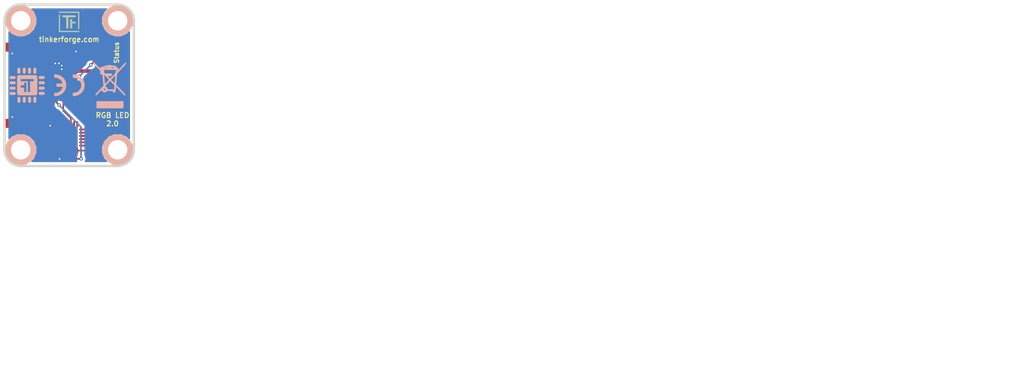
<source format=kicad_pcb>
(kicad_pcb (version 20171130) (host pcbnew 5.0.2-bee76a0~70~ubuntu18.04.1)
  (title_block (title "RGB LED Bricklet") (date 2018-06-27) (rev 2.0) (company "Tinkerforge GmbH") (comment 1 "Licensed under CERN OHL v.1.1") (comment 2 "Copyright (©) 2018, L.Lauer <lukas@tinkerforge.com>"))
  (layers (0 Vorderseite signal) (31 Rückseite signal) (34 B.Paste user) (35 F.Paste user) (36 B.SilkS user) (37 F.SilkS user) (38 B.Mask user) (39 F.Mask user) (44 Edge.Cuts user))
  (net 0 "")
  (net 1 GND)
  (net 2 VCC)
  (net 3 "Net-(P1-Pad6)")
  (net 4 "Net-(C1-Pad1)")
  (net 5 "Net-(D1-Pad2)")
  (net 6 "Net-(D2-Pad3)")
  (net 7 "Net-(D2-Pad1)")
  (net 8 "Net-(D2-Pad2)")
  (net 9 "Net-(P1-Pad1)")
  (net 10 "Net-(P1-Pad4)")
  (net 11 "Net-(P1-Pad5)")
  (net 12 "Net-(P2-Pad1)")
  (net 13 "Net-(P3-Pad2)")
  (net 14 R)
  (net 15 G)
  (net 16 "Net-(R3-Pad1)")
  (net 17 B)
  (net 18 S-MISO)
  (net 19 S-MOSI)
  (net 20 S-CLK)
  (net 21 S-CS)
  (net 22 "Net-(U1-Pad3)")
  (net 23 "Net-(U1-Pad4)")
  (net 24 "Net-(U1-Pad5)")
  (net 25 "Net-(U1-Pad6)")
  (net 26 "Net-(U1-Pad11)")
  (net 27 "Net-(U1-Pad16)")
  (net 28 "Net-(U1-Pad18)")
  (net 29 "Net-(U1-Pad19)")
  (net 30 "Net-(U1-Pad20)")
  (net 31 "Net-(U1-Pad8)")
  (net 32 "Net-(U1-Pad17)")
  (net 33 "Net-(U1-Pad15)")
  (module kicad-libraries:DRILL_NP (layer Vorderseite) (at 127.8 108.1)
    (fp_text reference U6 hide)
    (fp_text value DRILL hide)
    (pad "" np_thru_hole circle (at 0 0) (size 2.99974 2.99974) (drill 2.99974) (layers *.Cu *.Mask F.SilkS) (clearance 0.89916))
  )
  (module kicad-libraries:QFN24-4x4mm-0.5mm (layer Vorderseite) (at 135.3 126.2)
    (fp_text reference U1)
    (fp_text value XMC1XXX24)
    (pad 1 smd oval (at -2.025 -1.25) (size 1 0.3) (layers Vorderseite F.Paste F.Mask) (net 18 S-MISO))
    (pad 2 smd oval (at -2.025 -0.75) (size 1 0.3) (layers Vorderseite F.Paste F.Mask) (net 13 "Net-(P3-Pad2)"))
    (pad 3 smd oval (at -2.025 -0.25) (size 1 0.3) (layers Vorderseite F.Paste F.Mask) (net 22 "Net-(U1-Pad3)"))
    (pad 4 smd oval (at -2.025 0.25) (size 1 0.3) (layers Vorderseite F.Paste F.Mask) (net 23 "Net-(U1-Pad4)"))
    (pad 5 smd oval (at -2.025 0.75) (size 1 0.3) (layers Vorderseite F.Paste F.Mask) (net 24 "Net-(U1-Pad5)"))
    (pad 6 smd oval (at -2.025 1.25) (size 1 0.3) (layers Vorderseite F.Paste F.Mask) (net 25 "Net-(U1-Pad6)"))
    (pad 7 smd oval (at -1.25 2.025 90) (size 1 0.3) (layers Vorderseite F.Paste F.Mask) (net 12 "Net-(P2-Pad1)"))
    (pad 8 smd oval (at -0.75 2.025 90) (size 1 0.3) (layers Vorderseite F.Paste F.Mask) (net 31 "Net-(U1-Pad8)"))
    (pad 9 smd oval (at -0.25 2.025 90) (size 1 0.3) (layers Vorderseite F.Paste F.Mask) (net 1 GND))
    (pad 10 smd oval (at 0.25 2.025 90) (size 1 0.3) (layers Vorderseite F.Paste F.Mask) (net 2 VCC))
    (pad 11 smd oval (at 0.75 2.025 90) (size 1 0.3) (layers Vorderseite F.Paste F.Mask) (net 26 "Net-(U1-Pad11)"))
    (pad 12 smd oval (at 1.25 2.025 90) (size 1 0.3) (layers Vorderseite F.Paste F.Mask) (net 17 B))
    (pad 13 smd oval (at 2.025 1.25) (size 1 0.3) (layers Vorderseite F.Paste F.Mask) (net 15 G))
    (pad 14 smd oval (at 2.025 0.75) (size 1 0.3) (layers Vorderseite F.Paste F.Mask) (net 14 R))
    (pad 15 smd oval (at 2.025 0.25) (size 1 0.3) (layers Vorderseite F.Paste F.Mask) (net 33 "Net-(U1-Pad15)"))
    (pad 16 smd oval (at 2.025 -0.25) (size 1 0.3) (layers Vorderseite F.Paste F.Mask) (net 27 "Net-(U1-Pad16)"))
    (pad 17 smd oval (at 2.025 -0.75) (size 1 0.3) (layers Vorderseite F.Paste F.Mask) (net 32 "Net-(U1-Pad17)"))
    (pad 18 smd oval (at 2.025 -1.25) (size 1 0.3) (layers Vorderseite F.Paste F.Mask) (net 28 "Net-(U1-Pad18)"))
    (pad 19 smd oval (at 1.25 -2.025 90) (size 1 0.3) (layers Vorderseite F.Paste F.Mask) (net 29 "Net-(U1-Pad19)"))
    (pad 20 smd oval (at 0.75 -2.025 90) (size 1 0.3) (layers Vorderseite F.Paste F.Mask) (net 30 "Net-(U1-Pad20)"))
    (pad 21 smd oval (at 0.25 -2.025 90) (size 1 0.3) (layers Vorderseite F.Paste F.Mask) (net 16 "Net-(R3-Pad1)"))
    (pad 22 smd oval (at -0.25 -2.025 90) (size 1 0.3) (layers Vorderseite F.Paste F.Mask) (net 21 S-CS))
    (pad 23 smd oval (at -0.75 -2.025 90) (size 1 0.3) (layers Vorderseite F.Paste F.Mask) (net 20 S-CLK))
    (pad 24 smd oval (at -1.25 -2.025 90) (size 1 0.3) (layers Vorderseite F.Paste F.Mask) (net 19 S-MOSI))
    (pad EXP smd rect (at 0.65 0.65) (size 1.3 1.3) (layers Vorderseite F.Paste F.Mask) (net 1 GND))
    (pad EXP smd rect (at 0.65 -0.65) (size 1.3 1.3) (layers Vorderseite F.Paste F.Mask) (net 1 GND))
    (pad EXP smd rect (at -0.65 0.65) (size 1.3 1.3) (layers Vorderseite F.Paste F.Mask) (net 1 GND))
    (pad EXP smd rect (at -0.65 -0.65) (size 1.3 1.3) (layers Vorderseite F.Paste F.Mask) (net 1 GND))
  )
  (module kicad-libraries:4X0402 (layer Vorderseite) (at 132.8 122.4 225)
    (fp_text reference RP1)
    (fp_text value 82)
    (pad 1 smd rect (at -0.749301 0.575 45) (size 0.29972 0.65) (layers Vorderseite F.Paste F.Mask) (net 10 "Net-(P1-Pad4)"))
    (pad 2 smd rect (at -0.24892 0.574999 45) (size 0.29972 0.65) (layers Vorderseite F.Paste F.Mask) (net 11 "Net-(P1-Pad5)"))
    (pad 3 smd rect (at 0.24892 0.574999 45) (size 0.29972 0.65) (layers Vorderseite F.Paste F.Mask) (net 3 "Net-(P1-Pad6)"))
    (pad 4 smd rect (at 0.749301 0.575 45) (size 0.29972 0.65) (layers Vorderseite F.Paste F.Mask) (net 4 "Net-(C1-Pad1)"))
    (pad 5 smd rect (at 0.749301 -0.575 225) (size 0.29972 0.65) (layers Vorderseite F.Paste F.Mask) (net 18 S-MISO))
    (pad 6 smd rect (at 0.24892 -0.574999 225) (size 0.29972 0.65) (layers Vorderseite F.Paste F.Mask) (net 19 S-MOSI))
    (pad 7 smd rect (at -0.24892 -0.574999 225) (size 0.29972 0.65) (layers Vorderseite F.Paste F.Mask) (net 20 S-CLK))
    (pad 8 smd rect (at -0.749301 -0.575 225) (size 0.29972 0.65) (layers Vorderseite F.Paste F.Mask) (net 21 S-CS))
  )
  (module kicad-libraries:R0603F (layer Vorderseite) (at 138.3 120.6 90)
    (fp_text reference R4)
    (fp_text value 22)
    (pad 1 smd rect (at -0.75 0 90) (size 0.9 0.9) (layers Vorderseite F.Paste F.Mask) (net 17 B))
    (pad 2 smd rect (at 0.75 0 90) (size 0.9 0.9) (layers Vorderseite F.Paste F.Mask) (net 7 "Net-(D2-Pad1)"))
  )
  (module kicad-libraries:R0603F (layer Vorderseite) (at 140.08 112.29)
    (fp_text reference R3)
    (fp_text value 1k)
    (pad 1 smd rect (at -0.75 0) (size 0.9 0.9) (layers Vorderseite F.Paste F.Mask) (net 16 "Net-(R3-Pad1)"))
    (pad 2 smd rect (at 0.75 0) (size 0.9 0.9) (layers Vorderseite F.Paste F.Mask) (net 5 "Net-(D1-Pad2)"))
  )
  (module kicad-libraries:R0603F (layer Vorderseite) (at 136.9 120.6 90)
    (fp_text reference R2)
    (fp_text value 68)
    (pad 1 smd rect (at -0.75 0 90) (size 0.9 0.9) (layers Vorderseite F.Paste F.Mask) (net 15 G))
    (pad 2 smd rect (at 0.75 0 90) (size 0.9 0.9) (layers Vorderseite F.Paste F.Mask) (net 8 "Net-(D2-Pad2)"))
  )
  (module kicad-libraries:R0603F (layer Vorderseite) (at 135.5 120.6 90)
    (fp_text reference R1)
    (fp_text value 91)
    (pad 1 smd rect (at -0.75 0 90) (size 0.9 0.9) (layers Vorderseite F.Paste F.Mask) (net 14 R))
    (pad 2 smd rect (at 0.75 0 90) (size 0.9 0.9) (layers Vorderseite F.Paste F.Mask) (net 6 "Net-(D2-Pad3)"))
  )
  (module kicad-libraries:SolderJumper (layer Vorderseite) (at 135.33 112.87 180)
    (fp_text reference P3)
    (fp_text value BOOT)
    (pad 2 smd rect (at 0.55 0 180) (size 0.3 1.4) (layers Vorderseite F.Mask) (net 13 "Net-(P3-Pad2)"))
    (pad 2 smd rect (at 0.15 0 180) (size 0.6 0.5) (layers Vorderseite F.Mask) (net 13 "Net-(P3-Pad2)"))
    (pad 1 smd rect (at -0.5 0 180) (size 0.4 1.4) (layers Vorderseite F.Mask) (net 1 GND))
    (pad 1 smd rect (at -0.225 0.55 180) (size 0.95 0.3) (layers Vorderseite F.Mask) (net 1 GND))
    (pad 1 smd rect (at -0.225 -0.55 180) (size 0.95 0.3) (layers Vorderseite F.Mask) (net 1 GND))
  )
  (module kicad-libraries:DEBUG_PAD (layer Vorderseite) (at 131.67 128.79)
    (fp_text reference P2)
    (fp_text value DEBUG)
    (pad 1 smd circle (at 0 0) (size 0.7 0.7) (layers Vorderseite F.Paste F.Mask) (net 12 "Net-(P2-Pad1)"))
  )
  (module kicad-libraries:CON-SENSOR2 (layer Vorderseite) (at 125.3 118.1 270)
    (fp_text reference P1)
    (fp_text value CON-SENSOR2)
    (pad 1 smd rect (at -3.75 -4.6 270) (size 0.6 1.8) (layers Vorderseite F.Paste F.Mask) (net 9 "Net-(P1-Pad1)"))
    (pad 2 smd rect (at -2.5 -4.6 270) (size 0.6 1.8) (layers Vorderseite F.Paste F.Mask) (net 1 GND))
    (pad EP smd rect (at -5.9 -1.2 270) (size 1.4 2.4) (layers Vorderseite F.Paste F.Mask) (net 1 GND))
    (pad EP smd rect (at 5.9 -1.2 270) (size 1.4 2.4) (layers Vorderseite F.Paste F.Mask) (net 1 GND))
    (pad 3 smd rect (at -1.25 -4.6 270) (size 0.6 1.8) (layers Vorderseite F.Paste F.Mask) (net 2 VCC))
    (pad 4 smd rect (at 0 -4.6 270) (size 0.6 1.8) (layers Vorderseite F.Paste F.Mask) (net 10 "Net-(P1-Pad4)"))
    (pad 5 smd rect (at 1.25 -4.6 270) (size 0.6 1.8) (layers Vorderseite F.Paste F.Mask) (net 11 "Net-(P1-Pad5)"))
    (pad 6 smd rect (at 2.5 -4.6 270) (size 0.6 1.8) (layers Vorderseite F.Paste F.Mask) (net 3 "Net-(P1-Pad6)"))
    (pad 7 smd rect (at 3.75 -4.6 270) (size 0.6 1.8) (layers Vorderseite F.Paste F.Mask) (net 4 "Net-(C1-Pad1)"))
  )
  (module kicad-libraries:PLCC6-RGB (layer Vorderseite) (at 141.9 118.1 270)
    (fp_text reference D2)
    (fp_text value RGB-LED)
    (pad 4 smd rect (at -2.2 -1.8 270) (size 2 1.4) (layers Vorderseite F.Paste F.Mask) (net 2 VCC))
    (pad 6 smd rect (at -2.2 1.8 270) (size 2 1.4) (layers Vorderseite F.Paste F.Mask) (net 2 VCC))
    (pad 3 smd rect (at 2.2 -1.8 270) (size 2 1.4) (layers Vorderseite F.Paste F.Mask) (net 6 "Net-(D2-Pad3)"))
    (pad 1 smd rect (at 2.2 1.8 270) (size 2 1.4) (layers Vorderseite F.Paste F.Mask) (net 7 "Net-(D2-Pad1)"))
    (pad 5 smd rect (at -2.2 0 270) (size 2 1) (layers Vorderseite F.Paste F.Mask) (net 2 VCC))
    (pad 2 smd rect (at 2.2 0 270) (size 2 1) (layers Vorderseite F.Paste F.Mask) (net 8 "Net-(D2-Pad2)"))
  )
  (module kicad-libraries:D0603F (layer Vorderseite) (at 143.73 113.05 90)
    (fp_text reference D1)
    (fp_text value blue)
    (pad 1 smd rect (at -0.75 0 90) (size 0.9 0.9) (layers Vorderseite F.Paste F.Mask) (net 2 VCC))
    (pad 2 smd rect (at 0.75 0 90) (size 0.9 0.9) (layers Vorderseite F.Paste F.Mask) (net 5 "Net-(D1-Pad2)"))
  )
  (module kicad-libraries:C0603F (layer Vorderseite) (at 135.3 129.5 180)
    (fp_text reference C5)
    (fp_text value 100nF)
    (pad 1 smd rect (at -0.75 0 180) (size 0.9 0.9) (layers Vorderseite F.Paste F.Mask) (net 2 VCC))
    (pad 2 smd rect (at 0.75 0 180) (size 0.9 0.9) (layers Vorderseite F.Paste F.Mask) (net 1 GND))
  )
  (module kicad-libraries:C0603F (layer Vorderseite) (at 133.4 116.2 90)
    (fp_text reference C4)
    (fp_text value 1uF)
    (pad 1 smd rect (at -0.75 0 90) (size 0.9 0.9) (layers Vorderseite F.Paste F.Mask) (net 2 VCC))
    (pad 2 smd rect (at 0.75 0 90) (size 0.9 0.9) (layers Vorderseite F.Paste F.Mask) (net 1 GND))
  )
  (module kicad-libraries:C0805 (layer Vorderseite) (at 131.9 116.2 90)
    (fp_text reference C3)
    (fp_text value 10uF)
    (pad 1 smd rect (at -1.00076 0 90) (size 1.00076 1.24968) (layers Vorderseite F.Paste F.Mask) (net 2 VCC) (clearance 0.14986))
    (pad 2 smd rect (at 1.00076 0 90) (size 1.00076 1.24968) (layers Vorderseite F.Paste F.Mask) (net 1 GND) (clearance 0.14986))
  )
  (module kicad-libraries:C0402F (layer Vorderseite) (at 131.6 123.6 315)
    (fp_text reference C1)
    (fp_text value 220pF)
    (pad 2 smd rect (at 0.499999 0 315) (size 0.6 0.7) (layers Vorderseite F.Paste F.Mask) (net 1 GND))
    (pad 1 smd rect (at -0.499999 0 315) (size 0.6 0.7) (layers Vorderseite F.Paste F.Mask) (net 4 "Net-(C1-Pad1)"))
  )
  (module kicad-libraries:DRILL_NP (layer Vorderseite) (at 142.8 128.1 90)
    (fp_text reference U3 hide)
    (fp_text value DRILL hide)
    (pad "" np_thru_hole circle (at 0 0 90) (size 2.99974 2.99974) (drill 2.99974) (layers *.Cu *.Mask F.SilkS) (clearance 0.89916))
  )
  (module kicad-libraries:DRILL_NP (layer Vorderseite) (at 127.8 128.1 90)
    (fp_text reference U4 hide)
    (fp_text value DRILL hide)
    (pad "" np_thru_hole circle (at 0 0 90) (size 2.99974 2.99974) (drill 2.99974) (layers *.Cu *.Mask F.SilkS) (clearance 0.89916))
  )
  (module kicad-libraries:DRILL_NP (layer Vorderseite) (at 142.8 108.1)
    (fp_text reference U5 hide)
    (fp_text value DRILL hide)
    (pad "" np_thru_hole circle (at 0 0) (size 2.99974 2.99974) (drill 2.99974) (layers *.Cu *.Mask F.SilkS) (clearance 0.89916))
  )
  (module kicad-libraries:Logo_31x31 (layer Vorderseite) (at 133.7 106.7)
    (fp_text reference G*** hide)
    (fp_text value Logo_31x31 hide)
  )
  (module kicad-libraries:Fiducial_Mark (layer Vorderseite) (at 131.3 127.1)
    (fp_text reference Fiducial_Mark hide)
    (fp_text value VAL** hide)
    (pad 1 smd circle (at 0 0) (size 1.00076 1.00076) (layers Vorderseite F.Paste F.Mask) (clearance 0.65024))
  )
  (module kicad-libraries:Fiducial_Mark (layer Vorderseite) (at 131.8 108.1)
    (fp_text reference Fiducial_Mark hide)
    (fp_text value VAL** hide)
    (pad 1 smd circle (at 0 0) (size 1.00076 1.00076) (layers Vorderseite F.Paste F.Mask) (clearance 0.65024))
  )
  (module kicad-libraries:Fiducial_Mark (layer Vorderseite) (at 138.8 107.1)
    (fp_text reference Fiducial_Mark hide)
    (fp_text value VAL** hide)
    (pad 1 smd circle (at 0 0) (size 1.00076 1.00076) (layers Vorderseite F.Paste F.Mask) (clearance 0.65024))
  )
  (module kicad-libraries:Logo_CoMCU (layer Rückseite) (at 128.8 118.1 180)
    (fp_text reference G*** hide)
    (fp_text value LOGO hide)
  )
  (module kicad-libraries:WEEE_7mm (layer Rückseite) (at 141.6 118.1 180)
    (fp_text reference VAL hide)
    (fp_text value WEEE_7mm hide)
  )
  (module kicad-libraries:CE_5mm (layer Rückseite) (at 135.3 118.1 180)
    (fp_text reference VAL hide)
    (fp_text value CE_5mm hide)
  )
  (gr_text Status (at 142.63 113.05 90) (layer F.SilkS) (effects (font (size 0.7 0.7))))
  (gr_line (start 127.8 130.6) (end 142.8 130.6) (angle 90) (layer Edge.Cuts) (width 0.381))
  (gr_line (start 142.8 105.6) (end 127.8 105.6) (angle 90) (layer Edge.Cuts) (width 0.381))
  (gr_line (start 125.3 108.1) (end 125.3 128.1) (angle 90) (layer Edge.Cuts) (width 0.381))
  (gr_line (start 145.3 128.1) (end 145.3 108.1) (angle 90) (layer Edge.Cuts) (width 0.381))
  (gr_arc (start 127.8 128.1) (end 127.8 130.6) (angle 90) (layer Edge.Cuts) (width 0.381))
  (gr_arc (start 142.8 128.1) (end 145.3 128.1) (angle 90) (layer Edge.Cuts) (width 0.381))
  (gr_arc (start 142.8 108.1) (end 142.8 105.6) (angle 90) (layer Edge.Cuts) (width 0.381))
  (gr_arc (start 127.8 108.1) (end 125.3 108.1) (angle 90) (layer Edge.Cuts) (width 0.381))
  (gr_text tinkerforge.com (at 135.3 111) (layer F.SilkS) (effects (font (size 0.8001 0.8001) (thickness 0.14986))))
  (gr_text "RGB LED\n2.0" (at 142 123.4) (layer F.SilkS) (effects (font (size 0.8001 0.8001) (thickness 0.14986))))
  (segment (start 135.83 112.87) (end 135.83 113.32) (width 0.25) (layer Vorderseite) (net 1))
  (segment (start 135.83 113.32) (end 135.73 113.42) (width 0.25) (layer Vorderseite) (net 1))
  (segment (start 135.73 113.42) (end 135.39 113.42) (width 0.25) (layer Vorderseite) (net 1))
  (segment (start 135.39 113.42) (end 135.555 113.42) (width 0.25) (layer Vorderseite) (net 1))
  (segment (start 135.555 112.32) (end 135.71 112.32) (width 0.25) (layer Vorderseite) (net 1))
  (segment (start 135.71 112.32) (end 135.83 112.44) (width 0.25) (layer Vorderseite) (net 1))
  (segment (start 135.83 112.44) (end 135.83 112.87) (width 0.25) (layer Vorderseite) (net 1))
  (segment (start 135.83 112.87) (end 136.34 112.87) (width 0.25) (layer Vorderseite) (net 1))
  (via (at 136.34 112.87) (size 0.55) (drill 0.25) (layers Vorderseite Rückseite) (net 1))
  (segment (start 135.05 128.225) (end 135.05 127.25) (width 0.25) (layer Vorderseite) (net 1))
  (segment (start 135.05 127.25) (end 134.65 126.85) (width 0.25) (layer Vorderseite) (net 1))
  (segment (start 135.05 128.225) (end 135.05 129) (width 0.25) (layer Vorderseite) (net 1))
  (segment (start 135.05 129) (end 134.55 129.5) (width 0.25) (layer Vorderseite) (net 1))
  (segment (start 134.55 129.5) (end 133.82 129.5) (width 0.55) (layer Vorderseite) (net 1))
  (via (at 133.82 129.5) (size 0.55) (drill 0.25) (layers Vorderseite Rückseite) (net 1))
  (segment (start 134.65 125.55) (end 134.65 126.85) (width 0.55) (layer Vorderseite) (net 1))
  (segment (start 134.65 126.85) (end 135.95 126.85) (width 0.55) (layer Vorderseite) (net 1))
  (segment (start 135.95 126.85) (end 135.95 125.55) (width 0.55) (layer Vorderseite) (net 1))
  (segment (start 135.95 125.55) (end 134.65 125.55) (width 0.55) (layer Vorderseite) (net 1))
  (segment (start 131.953553 123.953553) (end 132.36 124.36) (width 0.55) (layer Vorderseite) (net 1))
  (via (at 132.36 124.36) (size 0.55) (drill 0.25) (layers Vorderseite Rückseite) (net 1))
  (segment (start 126.5 112.2) (end 126.5 113.18) (width 0.55) (layer Vorderseite) (net 1))
  (via (at 126.5 113.18) (size 0.55) (drill 0.25) (layers Vorderseite Rückseite) (net 1))
  (segment (start 126.5 124) (end 126.5 123.02) (width 0.55) (layer Vorderseite) (net 1))
  (via (at 126.5 123.02) (size 0.55) (drill 0.25) (layers Vorderseite Rückseite) (net 1))
  (segment (start 134.14 115.63) (end 133.58 115.63) (width 0.55) (layer Vorderseite) (net 1))
  (via (at 134.14 115.63) (size 0.55) (drill 0.25) (layers Vorderseite Rückseite) (net 1))
  (segment (start 133.58 115.63) (end 133.4 115.45) (width 0.55) (layer Vorderseite) (net 1))
  (segment (start 133.7 114.71) (end 133.15 114.71) (width 0.55) (layer Vorderseite) (net 1))
  (segment (start 133.4 114.98) (end 133.14 114.72) (width 0.55) (layer Vorderseite) (net 1))
  (via (at 133.14 114.72) (size 0.55) (drill 0.25) (layers Vorderseite Rückseite) (net 1))
  (segment (start 133.4 114.98) (end 133.4 115.45) (width 0.55) (layer Vorderseite) (net 1))
  (via (at 133.7 114.71) (size 0.55) (drill 0.25) (layers Vorderseite Rückseite) (net 1))
  (segment (start 133.15 114.71) (end 133.14 114.72) (width 0.55) (layer Vorderseite) (net 1))
  (segment (start 133.7 114.71) (end 133.78 114.71) (width 0.55) (layer Vorderseite) (net 1))
  (segment (start 133.4 115.01) (end 133.7 114.71) (width 0.55) (layer Vorderseite) (net 1))
  (via (at 134.14 115.07) (size 0.55) (drill 0.25) (layers Vorderseite Rückseite) (net 1))
  (segment (start 134.14 115.63) (end 134.14 115.07) (width 0.55) (layer Vorderseite) (net 1))
  (segment (start 133.96 115.45) (end 134.14 115.63) (width 0.55) (layer Vorderseite) (net 1))
  (segment (start 133.96 115.45) (end 133.4 115.45) (width 0.55) (layer Vorderseite) (net 1))
  (segment (start 133.76 115.45) (end 134.14 115.07) (width 0.55) (layer Vorderseite) (net 1))
  (segment (start 133.78 114.71) (end 134.14 115.07) (width 0.55) (layer Vorderseite) (net 1))
  (segment (start 133.4 115.45) (end 133.4 115.01) (width 0.55) (layer Vorderseite) (net 1))
  (segment (start 131.9 115.19924) (end 132.51924 115.19924) (width 0.55) (layer Vorderseite) (net 1))
  (segment (start 132.51924 115.19924) (end 132.77 115.45) (width 0.55) (layer Vorderseite) (net 1))
  (segment (start 132.77 115.45) (end 133.4 115.45) (width 0.55) (layer Vorderseite) (net 1))
  (segment (start 129.9 115.6) (end 130.9 115.6) (width 0.5) (layer Vorderseite) (net 1))
  (segment (start 130.9 115.6) (end 131.30076 115.19924) (width 0.5) (layer Vorderseite) (net 1))
  (segment (start 131.30076 115.19924) (end 131.9 115.19924) (width 0.5) (layer Vorderseite) (net 1))
  (segment (start 133.4 116.95) (end 133.4 120.84) (width 0.25) (layer Vorderseite) (net 2))
  (segment (start 137.12 129.5) (end 136.05 129.5) (width 0.25) (layer Vorderseite) (net 2))
  (segment (start 137.13 129.49) (end 137.12 129.5) (width 0.25) (layer Vorderseite) (net 2))
  (via (at 137.13 129.49) (size 0.55) (drill 0.25) (layers Vorderseite Rückseite) (net 2))
  (segment (start 137.13 124.57) (end 137.13 129.49) (width 0.25) (layer Rückseite) (net 2))
  (segment (start 133.74 121.18) (end 137.13 124.57) (width 0.25) (layer Rückseite) (net 2))
  (via (at 133.74 121.18) (size 0.55) (drill 0.25) (layers Vorderseite Rückseite) (net 2))
  (segment (start 133.4 120.84) (end 133.74 121.18) (width 0.25) (layer Vorderseite) (net 2))
  (segment (start 143.7 115.9) (end 143.7 113.83) (width 0.25) (layer Vorderseite) (net 2))
  (segment (start 143.7 113.83) (end 143.73 113.8) (width 0.25) (layer Vorderseite) (net 2))
  (segment (start 135.55 128.225) (end 135.55 129) (width 0.25) (layer Vorderseite) (net 2))
  (segment (start 135.55 129) (end 136.05 129.5) (width 0.25) (layer Vorderseite) (net 2))
  (segment (start 141.9 115.9) (end 140.1 115.9) (width 0.55) (layer Vorderseite) (net 2))
  (segment (start 133.4 116.95) (end 135.49 116.95) (width 0.55) (layer Vorderseite) (net 2))
  (segment (start 136.54 115.9) (end 141.9 115.9) (width 0.55) (layer Vorderseite) (net 2))
  (segment (start 135.49 116.95) (end 136.54 115.9) (width 0.55) (layer Vorderseite) (net 2))
  (segment (start 141.9 115.9) (end 143.7 115.9) (width 0.55) (layer Vorderseite) (net 2))
  (segment (start 131.9 117.20076) (end 132.55924 117.20076) (width 0.55) (layer Vorderseite) (net 2))
  (segment (start 132.81 116.95) (end 133.4 116.95) (width 0.55) (layer Vorderseite) (net 2))
  (segment (start 132.55924 117.20076) (end 132.81 116.95) (width 0.55) (layer Vorderseite) (net 2))
  (segment (start 129.9 116.85) (end 130.89 116.85) (width 0.55) (layer Vorderseite) (net 2))
  (segment (start 131.24076 117.20076) (end 131.9 117.20076) (width 0.55) (layer Vorderseite) (net 2))
  (segment (start 130.89 116.85) (end 131.24076 117.20076) (width 0.55) (layer Vorderseite) (net 2))
  (segment (start 129.9 120.6) (end 130.8 120.6) (width 0.2) (layer Vorderseite) (net 3))
  (segment (start 130.8 120.6) (end 131.1 120.9) (width 0.2) (layer Vorderseite) (net 3))
  (segment (start 131.1 121.052026) (end 132.217401 122.169427) (width 0.2) (layer Vorderseite) (net 3))
  (segment (start 131.1 120.9) (end 131.1 121.052026) (width 0.2) (layer Vorderseite) (net 3))
  (segment (start 129.9 120.6) (end 130.647974 120.6) (width 0.2) (layer Vorderseite) (net 3))
  (segment (start 131.246447 123.246447) (end 131.246447 123.14038) (width 0.2) (layer Vorderseite) (net 4))
  (segment (start 131.246447 123.14038) (end 131.863578 122.523249) (width 0.2) (layer Vorderseite) (net 4))
  (segment (start 129.9 121.85) (end 129.9 121.9) (width 0.2) (layer Vorderseite) (net 4))
  (segment (start 129.9 121.9) (end 131.246447 123.246447) (width 0.2) (layer Vorderseite) (net 4))
  (segment (start 143.73 112.3) (end 140.84 112.3) (width 0.25) (layer Vorderseite) (net 5))
  (segment (start 140.84 112.3) (end 140.83 112.29) (width 0.25) (layer Vorderseite) (net 5))
  (segment (start 135.5 119.85) (end 135.5 118.9) (width 0.29972) (layer Vorderseite) (net 6))
  (segment (start 143.7 118.5) (end 143.7 120.3) (width 0.29972) (layer Vorderseite) (net 6))
  (segment (start 142.8 117.6) (end 143.7 118.5) (width 0.29972) (layer Vorderseite) (net 6))
  (segment (start 136.8 117.6) (end 142.8 117.6) (width 0.29972) (layer Vorderseite) (net 6))
  (segment (start 135.5 118.9) (end 136.8 117.6) (width 0.29972) (layer Vorderseite) (net 6))
  (segment (start 138.3 119.85) (end 138.3 119.1) (width 0.29972) (layer Vorderseite) (net 7))
  (segment (start 140.1 118.9) (end 140.1 120.3) (width 0.29972) (layer Vorderseite) (net 7))
  (segment (start 139.8 118.6) (end 140.1 118.9) (width 0.29972) (layer Vorderseite) (net 7))
  (segment (start 138.8 118.6) (end 139.8 118.6) (width 0.29972) (layer Vorderseite) (net 7))
  (segment (start 138.3 119.1) (end 138.8 118.6) (width 0.29972) (layer Vorderseite) (net 7))
  (segment (start 136.9 119.85) (end 136.9 119.1) (width 0.29972) (layer Vorderseite) (net 8))
  (segment (start 141.9 118.8) (end 141.9 120.3) (width 0.29972) (layer Vorderseite) (net 8))
  (segment (start 141.2 118.1) (end 141.9 118.8) (width 0.29972) (layer Vorderseite) (net 8))
  (segment (start 137.9 118.1) (end 141.2 118.1) (width 0.29972) (layer Vorderseite) (net 8))
  (segment (start 136.9 119.1) (end 137.9 118.1) (width 0.29972) (layer Vorderseite) (net 8))
  (segment (start 129.9 118.1) (end 131.2 118.1) (width 0.2) (layer Vorderseite) (net 10))
  (segment (start 131.9 120.440329) (end 132.923249 121.463578) (width 0.2) (layer Vorderseite) (net 10))
  (segment (start 131.9 118.8) (end 131.9 120.440329) (width 0.2) (layer Vorderseite) (net 10))
  (segment (start 131.2 118.1) (end 131.9 118.8) (width 0.2) (layer Vorderseite) (net 10))
  (segment (start 129.9 119.35) (end 130.75 119.35) (width 0.2) (layer Vorderseite) (net 11))
  (segment (start 130.75 119.35) (end 131.4 120) (width 0.2) (layer Vorderseite) (net 11))
  (segment (start 131.4 120) (end 131.4 120.647974) (width 0.2) (layer Vorderseite) (net 11))
  (segment (start 131.4 120.647974) (end 132.569427 121.817401) (width 0.2) (layer Vorderseite) (net 11))
  (segment (start 134.05 128.225) (end 133.405 128.225) (width 0.25) (layer Vorderseite) (net 12))
  (segment (start 132.84 128.79) (end 131.67 128.79) (width 0.25) (layer Vorderseite) (net 12))
  (segment (start 133.405 128.225) (end 132.84 128.79) (width 0.25) (layer Vorderseite) (net 12))
  (segment (start 134.78 112.87) (end 135.18 112.87) (width 0.25) (layer Vorderseite) (net 13))
  (segment (start 133.275 125.45) (end 131.66 125.45) (width 0.25) (layer Vorderseite) (net 13))
  (segment (start 129.65 112.87) (end 134.78 112.87) (width 0.25) (layer Vorderseite) (net 13))
  (segment (start 128.13 114.39) (end 129.65 112.87) (width 0.25) (layer Vorderseite) (net 13))
  (segment (start 128.13 121.92) (end 128.13 114.39) (width 0.25) (layer Vorderseite) (net 13))
  (segment (start 131.66 125.45) (end 128.13 121.92) (width 0.25) (layer Vorderseite) (net 13))
  (segment (start 135.5 121.35) (end 135.5 121.7) (width 0.25) (layer Vorderseite) (net 14))
  (segment (start 135.5 121.7) (end 136.3 122.5) (width 0.25) (layer Vorderseite) (net 14))
  (segment (start 136.3 122.5) (end 136.7 122.5) (width 0.25) (layer Vorderseite) (net 14))
  (segment (start 136.7 122.5) (end 138.5 124.3) (width 0.25) (layer Vorderseite) (net 14))
  (segment (start 138.5 124.3) (end 138.5 126.6) (width 0.25) (layer Vorderseite) (net 14))
  (segment (start 138.5 126.6) (end 138.15 126.95) (width 0.25) (layer Vorderseite) (net 14))
  (segment (start 138.15 126.95) (end 137.325 126.95) (width 0.25) (layer Vorderseite) (net 14))
  (segment (start 136.9 121.35) (end 136.9 121.9) (width 0.25) (layer Vorderseite) (net 15))
  (segment (start 138.45 127.45) (end 137.325 127.45) (width 0.25) (layer Vorderseite) (net 15))
  (segment (start 138.9 127) (end 138.45 127.45) (width 0.25) (layer Vorderseite) (net 15))
  (segment (start 138.9 123.9) (end 138.9 127) (width 0.25) (layer Vorderseite) (net 15))
  (segment (start 136.9 121.9) (end 138.9 123.9) (width 0.25) (layer Vorderseite) (net 15))
  (segment (start 135.55 124.175) (end 135.55 123.2) (width 0.25) (layer Vorderseite) (net 16))
  (segment (start 139.33 114.27) (end 139.33 112.29) (width 0.25) (layer Vorderseite) (net 16))
  (segment (start 138.64 114.96) (end 139.33 114.27) (width 0.25) (layer Vorderseite) (net 16))
  (via (at 138.64 114.96) (size 0.55) (drill 0.25) (layers Vorderseite Rückseite) (net 16))
  (segment (start 138.63 114.96) (end 138.64 114.96) (width 0.25) (layer Rückseite) (net 16))
  (segment (start 136.89 116.7) (end 138.63 114.96) (width 0.25) (layer Rückseite) (net 16))
  (via (at 136.89 116.7) (size 0.55) (drill 0.25) (layers Vorderseite Rückseite) (net 16))
  (segment (start 134.39 119.2) (end 136.89 116.7) (width 0.25) (layer Vorderseite) (net 16))
  (segment (start 134.39 122.04) (end 134.39 119.2) (width 0.25) (layer Vorderseite) (net 16))
  (segment (start 135.55 123.2) (end 134.39 122.04) (width 0.25) (layer Vorderseite) (net 16))
  (segment (start 138.3 121.35) (end 138.3 122.6) (width 0.25) (layer Vorderseite) (net 17))
  (segment (start 138.775 128.225) (end 136.55 128.225) (width 0.25) (layer Vorderseite) (net 17))
  (segment (start 139.3 127.7) (end 138.775 128.225) (width 0.25) (layer Vorderseite) (net 17))
  (segment (start 139.3 123.6) (end 139.3 127.7) (width 0.25) (layer Vorderseite) (net 17))
  (segment (start 138.3 122.6) (end 139.3 123.6) (width 0.25) (layer Vorderseite) (net 17))
  (segment (start 133.275 124.95) (end 133.275 123.934671) (width 0.2) (layer Vorderseite) (net 18))
  (segment (start 133.275 123.934671) (end 132.676751 123.336422) (width 0.2) (layer Vorderseite) (net 18))
  (segment (start 134.05 124.175) (end 134.05 123.85) (width 0.2) (layer Vorderseite) (net 19))
  (segment (start 134.05 123.85) (end 133.8 123.6) (width 0.2) (layer Vorderseite) (net 19))
  (segment (start 133.8 123.6) (end 133.647974 123.6) (width 0.2) (layer Vorderseite) (net 19))
  (segment (start 133.647974 123.6) (end 133.030573 122.982599) (width 0.2) (layer Vorderseite) (net 19))
  (segment (start 134.55 124.175) (end 134.55 123.55) (width 0.2) (layer Vorderseite) (net 20))
  (segment (start 133.952026 123.2) (end 133.382599 122.630573) (width 0.2) (layer Vorderseite) (net 20))
  (segment (start 134.2 123.2) (end 133.952026 123.2) (width 0.2) (layer Vorderseite) (net 20))
  (segment (start 134.55 123.55) (end 134.2 123.2) (width 0.2) (layer Vorderseite) (net 20))
  (segment (start 133.736422 122.276751) (end 133.776751 122.276751) (width 0.2) (layer Vorderseite) (net 21))
  (segment (start 133.776751 122.276751) (end 135.05 123.55) (width 0.2) (layer Vorderseite) (net 21))
  (segment (start 135.05 123.55) (end 135.05 124.175) (width 0.2) (layer Vorderseite) (net 21))
  (zone (net 1) (net_name GND) (layer Rückseite) (connect_pads (clearance 0.4)) (min_thickness 0.2) (fill yes (arc_segments 16) (thermal_gap 0.21) (thermal_bridge_width 0.21))
    (polygon (pts (xy 125.3 105.6) (xy 145.3 105.6) (xy 145.3 130.6) (xy 125.3 130.6)))
  )
)
</source>
